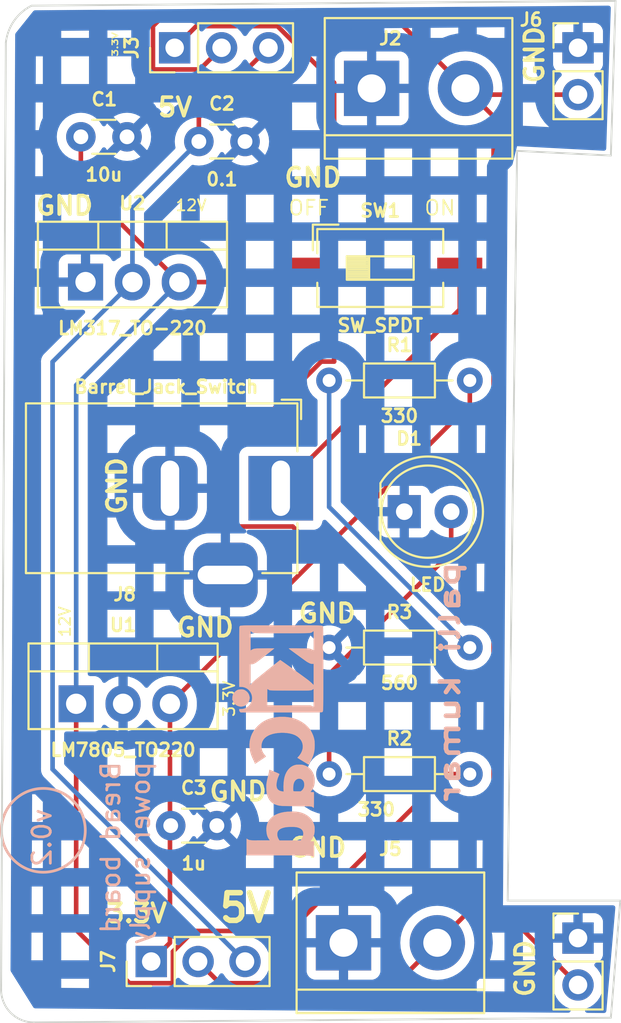
<source format=kicad_pcb>
(kicad_pcb (version 20221018) (generator pcbnew)
  (layers (0 "F.Cu" signal) (31 "B.Cu" signal) (34 "B.Paste" user) (35 "F.Paste" user) (36 "B.SilkS" user "B.Silkscreen") (37 "F.SilkS" user "F.Silkscreen") (38 "B.Mask" user) (39 "F.Mask" user) (44 "Edge.Cuts" user))
  (net 0 "")
  (net 1 "/12V")
  (net 2 "GND")
  (net 3 "/5V")
  (net 4 "/3.3v")
  (net 5 "Net-(D1-A)")
  (net 6 "/PWR_output")
  (net 7 "/PWR_input")
  (net 8 "Net-(R1-Pad1)")
  (footprint "Resistor_THT:R_Axial_DIN0204_L3.6mm_D1.6mm_P7.62mm_Horizontal" (layer "F.Cu") (at 111.488 99.06)
    (fp_text reference "R1" (at 3.81 -1.92) (layer "F.SilkS") (effects (font (size 0.7 0.7))))
    (fp_text value "330" (at 3.81 1.92) (layer "F.SilkS") (effects (font (size 0.7 0.7))))
    (fp_line (start 0.94 0) (end 1.89 0) (stroke (width 0.12)) (layer "F.SilkS"))
    (fp_line (start 1.89 -0.92) (end 1.89 0.92) (stroke (width 0.12)) (layer "F.SilkS"))
    (fp_line (start 1.89 0.92) (end 5.73 0.92) (stroke (width 0.12)) (layer "F.SilkS"))
    (fp_line (start 5.73 -0.92) (end 1.89 -0.92) (stroke (width 0.12)) (layer "F.SilkS"))
    (fp_line (start 5.73 0.92) (end 5.73 -0.92) (stroke (width 0.12)) (layer "F.SilkS"))
    (fp_line (start 6.68 0) (end 5.73 0) (stroke (width 0.12)) (layer "F.SilkS"))
    (pad "1" thru_hole circle (at 0 0) (size 1.4 1.4) (drill 0.7) (layers "*.Cu" "*.Mask") (net 8 "Net-(R1-Pad1)"))
    (pad "2" thru_hole oval (at 7.62 0) (size 1.4 1.4) (drill 0.7) (layers "*.Cu" "*.Mask") (net 4 "/3.3v"))
  )
  (footprint "Connector_PinHeader_2.54mm:PinHeader_1x03_P2.54mm_Vertical" (layer "F.Cu") (at 103.124 81.026 90)
    (fp_text reference "J3" (at 0 -2.33 90) (layer "F.SilkS") (effects (font (size 0.7 0.7))))
    (fp_text value "Conn_01x03_Pin" hide)
    (fp_line (start -1.33 -1.33) (end 0 -1.33) (stroke (width 0.12)) (layer "F.SilkS"))
    (fp_line (start -1.33 0) (end -1.33 -1.33) (stroke (width 0.12)) (layer "F.SilkS"))
    (fp_line (start -1.33 1.27) (end -1.33 6.41) (stroke (width 0.12)) (layer "F.SilkS"))
    (fp_line (start -1.33 1.27) (end 1.33 1.27) (stroke (width 0.12)) (layer "F.SilkS"))
    (fp_line (start -1.33 6.41) (end 1.33 6.41) (stroke (width 0.12)) (layer "F.SilkS"))
    (fp_line (start 1.33 1.27) (end 1.33 6.41) (stroke (width 0.12)) (layer "F.SilkS"))
    (pad "1" thru_hole rect (at 0 0 90) (size 1.7 1.7) (drill 1) (layers "*.Cu" "*.Mask") (net 4 "/3.3v"))
    (pad "2" thru_hole oval (at 0 2.54 90) (size 1.7 1.7) (drill 1) (layers "*.Cu" "*.Mask") (net 6 "/PWR_output"))
    (pad "3" thru_hole oval (at 0 5.08 90) (size 1.7 1.7) (drill 1) (layers "*.Cu" "*.Mask") (net 3 "/5V"))
  )
  (footprint "Capacitor_THT:C_Disc_D3.0mm_W1.6mm_P2.50mm" (layer "F.Cu") (at 104.434 86.106)
    (fp_text reference "C2" (at 1.25 -2.05) (layer "F.SilkS") (effects (font (size 0.7 0.7))))
    (fp_text value "0.1" (at 1.25 2.05) (layer "F.SilkS") (effects (font (size 0.7 0.7))))
    (fp_line (start 0.621 -0.92) (end 1.879 -0.92) (stroke (width 0.12)) (layer "F.SilkS"))
    (fp_line (start 0.621 0.92) (end 1.879 0.92) (stroke (width 0.12)) (layer "F.SilkS"))
    (pad "1" thru_hole circle (at 0 0) (size 1.6 1.6) (drill 0.8) (layers "*.Cu" "*.Mask") (net 3 "/5V"))
    (pad "2" thru_hole circle (at 2.5 0) (size 1.6 1.6) (drill 0.8) (layers "*.Cu" "*.Mask") (net 2 "GND"))
  )
  (footprint "Capacitor_THT:C_Disc_D3.0mm_W1.6mm_P2.50mm" (layer "F.Cu") (at 98.044 85.852)
    (fp_text reference "C1" (at 1.27 -2.032) (layer "F.SilkS") (effects (font (size 0.7 0.7))))
    (fp_text value "10u" (at 1.25 2.05) (layer "F.SilkS") (effects (font (size 0.7 0.7))))
    (fp_line (start 0.621 -0.92) (end 1.879 -0.92) (stroke (width 0.12)) (layer "F.SilkS"))
    (fp_line (start 0.621 0.92) (end 1.879 0.92) (stroke (width 0.12)) (layer "F.SilkS"))
    (pad "1" thru_hole circle (at 0 0) (size 1.6 1.6) (drill 0.8) (layers "*.Cu" "*.Mask") (net 1 "/12V"))
    (pad "2" thru_hole circle (at 2.5 0) (size 1.6 1.6) (drill 0.8) (layers "*.Cu" "*.Mask") (net 2 "GND"))
  )
  (footprint "LED_THT:LED_D5.0mm" (layer "F.Cu") (at 115.558 106.172)
    (fp_text reference "D1" (at 0.266 -3.96) (layer "F.SilkS") (effects (font (size 0.7 0.7))))
    (fp_text value "LED" (at 1.27 3.96) (layer "F.SilkS") (effects (font (size 0.7 0.7))))
    (fp_line (start -1.29 -1.545) (end -1.29 1.545) (stroke (width 0.12)) (layer "F.SilkS"))
    (fp_arc (start -1.29 -1.54483) (mid 2.072002 -2.880433) (end 4.26 0.000462) (stroke (width 0.12)) (layer "F.SilkS"))
    (fp_arc (start 4.26 -0.000462) (mid 2.072002 2.880433) (end -1.29 1.54483) (stroke (width 0.12)) (layer "F.SilkS"))
    (fp_circle (center 1.27 0) (end 3.77 0) (stroke (width 0.12)) (fill none) (layer "F.SilkS"))
    (pad "1" thru_hole rect (at 0 0) (size 1.8 1.8) (drill 0.9) (layers "*.Cu" "*.Mask") (net 2 "GND"))
    (pad "2" thru_hole circle (at 2.54 0) (size 1.8 1.8) (drill 0.9) (layers "*.Cu" "*.Mask") (net 5 "Net-(D1-A)"))
  )
  (footprint "Button_Switch_SMD:SW_DIP_SPSTx01_Slide_6.7x4.1mm_W8.61mm_P2.54mm_LowProfile" (layer "F.Cu") (at 114.258 92.964)
    (fp_text reference "SW1" (at 0 -3.11) (layer "F.SilkS") (effects (font (size 0.7 0.7))))
    (fp_text value "SW_SPDT" (at 0 3.11) (layer "F.SilkS") (effects (font (size 0.7 0.7))))
    (fp_line (start -3.65 -2.35) (end -3.65 -0.967) (stroke (width 0.12)) (layer "F.SilkS"))
    (fp_line (start -3.65 -2.35) (end -2.267 -2.35) (stroke (width 0.12)) (layer "F.SilkS"))
    (fp_line (start -3.41 -2.11) (end -3.41 -0.8) (stroke (width 0.12)) (layer "F.SilkS"))
    (fp_line (start -3.41 -2.11) (end 3.41 -2.11) (stroke (width 0.12)) (layer "F.SilkS"))
    (fp_line (start -3.41 0.8) (end -3.41 2.11) (stroke (width 0.12)) (layer "F.SilkS"))
    (fp_line (start -3.41 2.11) (end 3.41 2.11) (stroke (width 0.12)) (layer "F.SilkS"))
    (fp_line (start -1.81 -0.635) (end -1.81 0.635) (stroke (width 0.12)) (layer "F.SilkS"))
    (fp_line (start -1.81 -0.515) (end -0.603333 -0.515) (stroke (width 0.12)) (layer "F.SilkS"))
    (fp_line (start -1.81 -0.395) (end -0.603333 -0.395) (stroke (width 0.12)) (layer "F.SilkS"))
    (fp_line (start -1.81 -0.275) (end -0.603333 -0.275) (stroke (width 0.12)) (layer "F.SilkS"))
    (fp_line (start -1.81 -0.155) (end -0.603333 -0.155) (stroke (width 0.12)) (layer "F.SilkS"))
    (fp_line (start -1.81 -0.035) (end -0.603333 -0.035) (stroke (width 0.12)) (layer "F.SilkS"))
    (fp_line (start -1.81 0.085) (end -0.603333 0.085) (stroke (width 0.12)) (layer "F.SilkS"))
    (fp_line (start -1.81 0.205) (end -0.603333 0.205) (stroke (width 0.12)) (layer "F.SilkS"))
    (fp_line (start -1.81 0.325) (end -0.603333 0.325) (stroke (width 0.12)) (layer "F.SilkS"))
    (fp_line (start -1.81 0.445) (end -0.603333 0.445) (stroke (width 0.12)) (layer "F.SilkS"))
    (fp_line (start -1.81 0.565) (end -0.603333 0.565) (stroke (width 0.12)) (layer "F.SilkS"))
    (fp_line (start -1.81 0.635) (end 1.81 0.635) (stroke (width 0.12)) (layer "F.SilkS"))
    (fp_line (start -0.603333 -0.635) (end -0.603333 0.635) (stroke (width 0.12)) (layer "F.SilkS"))
    (fp_line (start 1.81 -0.635) (end -1.81 -0.635) (stroke (width 0.12)) (layer "F.SilkS"))
    (fp_line (start 1.81 0.635) (end 1.81 -0.635) (stroke (width 0.12)) (layer "F.SilkS"))
    (fp_line (start 3.41 -2.11) (end 3.41 -0.8) (stroke (width 0.12)) (layer "F.SilkS"))
    (fp_line (start 3.41 0.8) (end 3.41 2.11) (stroke (width 0.12)) (layer "F.SilkS"))
    (pad "1" smd rect (at -4.305 0) (size 2.44 1.12) (layers "F.Cu" "F.Paste" "F.Mask") (net 1 "/12V"))
    (pad "2" smd rect (at 4.305 0) (size 2.44 1.12) (layers "F.Cu" "F.Paste" "F.Mask") (net 7 "/PWR_input"))
  )
  (footprint "Connector_PinHeader_2.54mm:PinHeader_1x03_P2.54mm_Vertical" (layer "F.Cu") (at 101.854 130.556 90)
    (fp_text reference "J7" (at 0 -2.33 90) (layer "F.SilkS") (effects (font (size 0.7 0.7))))
    (fp_text value "Conn_01x03_Pin" hide)
    (fp_line (start -1.33 -1.33) (end 0 -1.33) (stroke (width 0.12)) (layer "F.SilkS"))
    (fp_line (start -1.33 0) (end -1.33 -1.33) (stroke (width 0.12)) (layer "F.SilkS"))
    (fp_line (start -1.33 1.27) (end -1.33 6.41) (stroke (width 0.12)) (layer "F.SilkS"))
    (fp_line (start -1.33 1.27) (end 1.33 1.27) (stroke (width 0.12)) (layer "F.SilkS"))
    (fp_line (start -1.33 6.41) (end 1.33 6.41) (stroke (width 0.12)) (layer "F.SilkS"))
    (fp_line (start 1.33 1.27) (end 1.33 6.41) (stroke (width 0.12)) (layer "F.SilkS"))
    (pad "1" thru_hole rect (at 0 0 90) (size 1.7 1.7) (drill 1) (layers "*.Cu" "*.Mask") (net 4 "/3.3v"))
    (pad "2" thru_hole oval (at 0 2.54 90) (size 1.7 1.7) (drill 1) (layers "*.Cu" "*.Mask") (net 6 "/PWR_output"))
    (pad "3" thru_hole oval (at 0 5.08 90) (size 1.7 1.7) (drill 1) (layers "*.Cu" "*.Mask") (net 3 "/5V"))
  )
  (footprint "Resistor_THT:R_Axial_DIN0204_L3.6mm_D1.6mm_P7.62mm_Horizontal" (layer "F.Cu") (at 111.488 120.396)
    (fp_text reference "R2" (at 3.81 -1.92) (layer "F.SilkS") (effects (font (size 0.7 0.7))))
    (fp_text value "330" (at 2.558 1.92) (layer "F.SilkS") (effects (font (size 0.7 0.7))))
    (fp_line (start 0.94 0) (end 1.89 0) (stroke (width 0.12)) (layer "F.SilkS"))
    (fp_line (start 1.89 -0.92) (end 1.89 0.92) (stroke (width 0.12)) (layer "F.SilkS"))
    (fp_line (start 1.89 0.92) (end 5.73 0.92) (stroke (width 0.12)) (layer "F.SilkS"))
    (fp_line (start 5.73 -0.92) (end 1.89 -0.92) (stroke (width 0.12)) (layer "F.SilkS"))
    (fp_line (start 5.73 0.92) (end 5.73 -0.92) (stroke (width 0.12)) (layer "F.SilkS"))
    (fp_line (start 6.68 0) (end 5.73 0) (stroke (width 0.12)) (layer "F.SilkS"))
    (pad "1" thru_hole circle (at 0 0) (size 1.4 1.4) (drill 0.7) (layers "*.Cu" "*.Mask") (net 5 "Net-(D1-A)"))
    (pad "2" thru_hole oval (at 7.62 0) (size 1.4 1.4) (drill 0.7) (layers "*.Cu" "*.Mask") (net 1 "/12V"))
  )
  (footprint "Package_TO_SOT_THT:TO-220-3_Vertical" (layer "F.Cu") (at 98.298 93.726)
    (fp_text reference "U2" (at 2.54 -4.27) (layer "F.SilkS") (effects (font (size 0.7 0.7))))
    (fp_text value "LM317_TO-220" (at 2.54 2.5) (layer "F.SilkS") (effects (font (size 0.7 0.7))))
    (fp_line (start -2.58 -3.27) (end -2.58 1.371) (stroke (width 0.12)) (layer "F.SilkS"))
    (fp_line (start -2.58 -3.27) (end 7.66 -3.27) (stroke (width 0.12)) (layer "F.SilkS"))
    (fp_line (start -2.58 -1.76) (end 7.66 -1.76) (stroke (width 0.12)) (layer "F.SilkS"))
    (fp_line (start -2.58 1.371) (end 7.66 1.371) (stroke (width 0.12)) (layer "F.SilkS"))
    (fp_line (start 0.69 -3.27) (end 0.69 -1.76) (stroke (width 0.12)) (layer "F.SilkS"))
    (fp_line (start 4.391 -3.27) (end 4.391 -1.76) (stroke (width 0.12)) (layer "F.SilkS"))
    (fp_line (start 7.66 -3.27) (end 7.66 1.371) (stroke (width 0.12)) (layer "F.SilkS"))
    (pad "1" thru_hole rect (at 0 0) (size 1.905 2) (drill 1.1) (layers "*.Cu" "*.Mask") (net 2 "GND"))
    (pad "2" thru_hole oval (at 2.54 0) (size 1.905 2) (drill 1.1) (layers "*.Cu" "*.Mask") (net 3 "/5V"))
    (pad "3" thru_hole oval (at 5.08 0) (size 1.905 2) (drill 1.1) (layers "*.Cu" "*.Mask") (net 1 "/12V"))
  )
  (footprint "Connector_BarrelJack:BarrelJack_Horizontal" (layer "F.Cu") (at 108.87 104.902)
    (fp_text reference "J8" (at -8.45 5.75) (layer "F.SilkS") (effects (font (size 0.7 0.7))))
    (fp_text value "Barrel_Jack_Switch" (at -6.2 -5.5) (layer "F.SilkS") (effects (font (size 0.7 0.7))))
    (fp_line (start -13.8 -4.6) (end 0.9 -4.6) (stroke (width 0.12)) (layer "F.SilkS"))
    (fp_line (start -13.8 4.6) (end -13.8 -4.6) (stroke (width 0.12)) (layer "F.SilkS"))
    (fp_line (start -5 4.6) (end -13.8 4.6) (stroke (width 0.12)) (layer "F.SilkS"))
    (fp_line (start 0.05 -4.8) (end 1.1 -4.8) (stroke (width 0.12)) (layer "F.SilkS"))
    (fp_line (start 0.9 -4.6) (end 0.9 -2) (stroke (width 0.12)) (layer "F.SilkS"))
    (fp_line (start 0.9 1.9) (end 0.9 4.6) (stroke (width 0.12)) (layer "F.SilkS"))
    (fp_line (start 0.9 4.6) (end -1 4.6) (stroke (width 0.12)) (layer "F.SilkS"))
    (fp_line (start 1.1 -3.75) (end 1.1 -4.8) (stroke (width 0.12)) (layer "F.SilkS"))
    (pad "1" thru_hole rect (at 0 0) (size 3.5 3.5) (drill oval 1 3) (layers "*.Cu" "*.Mask") (net 7 "/PWR_input"))
    (pad "2" thru_hole roundrect (at -6 0) (size 3 3.5) (drill oval 1 3) (layers "*.Cu" "*.Mask") (net 2 "GND"))
    (pad "3" thru_hole roundrect (at -3 4.7) (size 3.5 3.5) (drill oval 3 1) (layers "*.Cu" "*.Mask") (net 2 "GND"))
  )
  (footprint "Package_TO_SOT_THT:TO-220-3_Vertical" (layer "F.Cu") (at 97.79 116.586)
    (fp_text reference "U1" (at 2.54 -4.27) (layer "F.SilkS") (effects (font (size 0.7 0.7))))
    (fp_text value "LM7805_TO220" (at 2.54 2.5) (layer "F.SilkS") (effects (font (size 0.7 0.7))))
    (fp_line (start -2.58 -3.27) (end -2.58 1.371) (stroke (width 0.12)) (layer "F.SilkS"))
    (fp_line (start -2.58 -3.27) (end 7.66 -3.27) (stroke (width 0.12)) (layer "F.SilkS"))
    (fp_line (start -2.58 -1.76) (end 7.66 -1.76) (stroke (width 0.12)) (layer "F.SilkS"))
    (fp_line (start -2.58 1.371) (end 7.66 1.371) (stroke (width 0.12)) (layer "F.SilkS"))
    (fp_line (start 0.69 -3.27) (end 0.69 -1.76) (stroke (width 0.12)) (layer "F.SilkS"))
    (fp_line (start 4.391 -3.27) (end 4.391 -1.76) (stroke (width 0.12)) (layer "F.SilkS"))
    (fp_line (start 7.66 -3.27) (end 7.66 1.371) (stroke (width 0.12)) (layer "F.SilkS"))
    (pad "1" thru_hole rect (at 0 0) (size 1.905 2) (drill 1.1) (layers "*.Cu" "*.Mask") (net 1 "/12V"))
    (pad "2" thru_hole oval (at 2.54 0) (size 1.905 2) (drill 1.1) (layers "*.Cu" "*.Mask") (net 2 "GND"))
    (pad "3" thru_hole oval (at 5.08 0) (size 1.905 2) (drill 1.1) (layers "*.Cu" "*.Mask") (net 4 "/3.3v"))
  )
  (footprint "TerminalBlock:TerminalBlock_bornier-2_P5.08mm" (layer "F.Cu") (at 113.792 83.226)
    (fp_text reference "J2" (at 1.016 -2.708) (layer "F.SilkS") (effects (font (size 0.7 0.7))))
    (fp_text value "Screw_Terminal_01x02" hide)
    (fp_line (start -2.54 -3.81) (end -2.54 3.81) (stroke (width 0.12)) (layer "F.SilkS"))
    (fp_line (start -2.54 3.81) (end 7.62 3.81) (stroke (width 0.12)) (layer "F.SilkS"))
    (fp_line (start 7.62 -3.81) (end -2.54 -3.81) (stroke (width 0.12)) (layer "F.SilkS"))
    (fp_line (start 7.62 2.54) (end -2.54 2.54) (stroke (width 0.12)) (layer "F.SilkS"))
    (fp_line (start 7.62 3.81) (end 7.62 -3.81) (stroke (width 0.12)) (layer "F.SilkS"))
    (pad "1" thru_hole rect (at 0 0) (size 3 3) (drill 1.52) (layers "*.Cu" "*.Mask") (net 2 "GND"))
    (pad "2" thru_hole circle (at 5.08 0) (size 3 3) (drill 1.52) (layers "*.Cu" "*.Mask") (net 6 "/PWR_output"))
  )
  (footprint "Connector_PinHeader_2.54mm:PinHeader_1x02_P2.54mm_Vertical" (layer "F.Cu") (at 124.968 81.026)
    (fp_text reference "J6" (at -2.54 -1.524) (layer "F.SilkS") (effects (font (size 0.7 0.7))))
    (fp_text value "Conn_01x02_Pin" hide)
    (fp_line (start -1.33 -1.33) (end 0 -1.33) (stroke (width 0.12)) (layer "F.SilkS"))
    (fp_line (start -1.33 0) (end -1.33 -1.33) (stroke (width 0.12)) (layer "F.SilkS"))
    (fp_line (start -1.33 1.27) (end -1.33 3.87) (stroke (width 0.12)) (layer "F.SilkS"))
    (fp_line (start -1.33 1.27) (end 1.33 1.27) (stroke (width 0.12)) (layer "F.SilkS"))
    (fp_line (start -1.33 3.87) (end 1.33 3.87) (stroke (width 0.12)) (layer "F.SilkS"))
    (fp_line (start 1.33 1.27) (end 1.33 3.87) (stroke (width 0.12)) (layer "F.SilkS"))
    (pad "1" thru_hole rect (at 0 0) (size 1.7 1.7) (drill 1) (layers "*.Cu" "*.Mask") (net 2 "GND"))
    (pad "2" thru_hole oval (at 0 2.54) (size 1.7 1.7) (drill 1) (layers "*.Cu" "*.Mask") (net 6 "/PWR_output"))
  )
  (footprint "TerminalBlock:TerminalBlock_bornier-2_P5.08mm" (layer "F.Cu") (at 112.268 129.54)
    (fp_text reference "J5" (at 2.54 -5.08) (layer "F.SilkS") (effects (font (size 0.7 0.7))))
    (fp_text value "Screw_Terminal_01x02" hide)
    (fp_line (start -2.54 -3.81) (end -2.54 3.81) (stroke (width 0.12)) (layer "F.SilkS"))
    (fp_line (start -2.54 3.81) (end 7.62 3.81) (stroke (width 0.12)) (layer "F.SilkS"))
    (fp_line (start 7.62 -3.81) (end -2.54 -3.81) (stroke (width 0.12)) (layer "F.SilkS"))
    (fp_line (start 7.62 2.54) (end -2.54 2.54) (stroke (width 0.12)) (layer "F.SilkS"))
    (fp_line (start 7.62 3.81) (end 7.62 -3.81) (stroke (width 0.12)) (layer "F.SilkS"))
    (pad "1" thru_hole rect (at 0 0) (size 3 3) (drill 1.52) (layers "*.Cu" "*.Mask") (net 2 "GND"))
    (pad "2" thru_hole circle (at 5.08 0) (size 3 3) (drill 1.52) (layers "*.Cu" "*.Mask") (net 6 "/PWR_output"))
  )
  (footprint "Resistor_THT:R_Axial_DIN0204_L3.6mm_D1.6mm_P7.62mm_Horizontal" (layer "F.Cu") (at 111.488 113.538)
    (fp_text reference "R3" (at 3.81 -1.92) (layer "F.SilkS") (effects (font (size 0.7 0.7))))
    (fp_text value "560" (at 3.81 1.92) (layer "F.SilkS") (effects (font (size 0.7 0.7))))
    (fp_line (start 0.94 0) (end 1.89 0) (stroke (width 0.12)) (layer "F.SilkS"))
    (fp_line (start 1.89 -0.92) (end 1.89 0.92) (stroke (width 0.12)) (layer "F.SilkS"))
    (fp_line (start 1.89 0.92) (end 5.73 0.92) (stroke (width 0.12)) (layer "F.SilkS"))
    (fp_line (start 5.73 -0.92) (end 1.89 -0.92) (stroke (width 0.12)) (layer "F.SilkS"))
    (fp_line (start 5.73 0.92) (end 5.73 -0.92) (stroke (width 0.12)) (layer "F.SilkS"))
    (fp_line (start 6.68 0) (end 5.73 0) (stroke (width 0.12)) (layer "F.SilkS"))
    (pad "1" thru_hole circle (at 0 0) (size 1.4 1.4) (drill 0.7) (layers "*.Cu" "*.Mask") (net 2 "GND"))
    (pad "2" thru_hole oval (at 7.62 0) (size 1.4 1.4) (drill 0.7) (layers "*.Cu" "*.Mask") (net 8 "Net-(R1-Pad1)"))
  )
  (footprint "Connector_PinHeader_2.54mm:PinHeader_1x02_P2.54mm_Vertical" (layer "F.Cu") (at 124.968 129.286)
    (fp_text reference "J4" hide)
    (fp_text value "Conn_01x02_Pin" hide)
    (fp_line (start -1.33 -1.33) (end 0 -1.33) (stroke (width 0.12)) (layer "F.SilkS"))
    (fp_line (start -1.33 0) (end -1.33 -1.33) (stroke (width 0.12)) (layer "F.SilkS"))
    (fp_line (start -1.33 1.27) (end -1.33 3.87) (stroke (width 0.12)) (layer "F.SilkS"))
    (fp_line (start -1.33 1.27) (end 1.33 1.27) (stroke (width 0.12)) (layer "F.SilkS"))
    (fp_line (start -1.33 3.87) (end 1.33 3.87) (stroke (width 0.12)) (layer "F.SilkS"))
    (fp_line (start 1.33 1.27) (end 1.33 3.87) (stroke (width 0.12)) (layer "F.SilkS"))
    (pad "1" thru_hole rect (at 0 0) (size 1.7 1.7) (drill 1) (layers "*.Cu" "*.Mask") (net 2 "GND"))
    (pad "2" thru_hole oval (at 0 2.54) (size 1.7 1.7) (drill 1) (layers "*.Cu" "*.Mask") (net 6 "/PWR_output"))
  )
  (footprint "Capacitor_THT:C_Disc_D3.0mm_W1.6mm_P2.50mm" (layer "F.Cu") (at 102.91 123.19)
    (fp_text reference "C3" (at 1.25 -2.05) (layer "F.SilkS") (effects (font (size 0.7 0.7))))
    (fp_text value "1u" (at 1.25 2.05) (layer "F.SilkS") (effects (font (size 0.7 0.7))))
    (fp_line (start 0.621 -0.92) (end 1.879 -0.92) (stroke (width 0.12)) (layer "F.SilkS"))
    (fp_line (start 0.621 0.92) (end 1.879 0.92) (stroke (width 0.12)) (layer "F.SilkS"))
    (pad "1" thru_hole circle (at 0 0) (size 1.6 1.6) (drill 0.8) (layers "*.Cu" "*.Mask") (net 4 "/3.3v"))
    (pad "2" thru_hole circle (at 2.5 0) (size 1.6 1.6) (drill 0.8) (layers "*.Cu" "*.Mask") (net 2 "GND"))
  )
  (footprint "Symbol:KiCad-Logo_5mm_SilkScreen" (layer "B.Cu") (at 109.229938 118.612302 -90)
    (fp_text reference "REF**" hide)
    (fp_text value "KiCad-Logo_5mm_SilkScreen" hide)
    (fp_poly (pts (xy -2.273043 2.973429) (xy -2.176768 2.949191) (xy -2.090184 2.906359) (xy -2.015373 2.846581) (xy -1.954418 2.771506) (xy -1.909399 2.68278) (xy -1.883136 2.58647) (xy -1.877286 2.489205) (xy -1.89214 2.395346) (xy -1.92584 2.307489) (xy -1.976528 2.22823) (xy -2.042345 2.160164) (xy -2.121434 2.105888) (xy -2.211934 2.067998) (xy -2.2632 2.055574) (xy -2.307698 2.048053) (xy -2.341999 2.045081) (xy -2.37496 2.046906) (xy -2.415434 2.053775) (xy -2.448531 2.06075) (xy -2.541947 2.092259) (xy -2.625619 2.143383) (xy -2.697665 2.212571) (xy -2.7562 2.298272) (xy -2.770148 2.325511) (xy -2.786586 2.361878) (xy -2.796894 2.392418) (xy -2.80246 2.42455) (xy -2.804669 2.465693) (xy -2.804948 2.511778) (xy -2.800861 2.596135) (xy -2.787446 2.665414) (xy -2.762256 2.726039) (xy -2.722846 2.784433) (xy -2.684298 2.828698) (xy -2.612406 2.894516) (xy -2.537313 2.939947) (xy -2.454562 2.96715) (xy -2.376928 2.977424) (xy -2.273043 2.973429)) (stroke (width 0.01)) (fill solid) (layer "B.SilkS"))
    (fp_poly (pts (xy 0.328429 2.050929) (xy 0.48857 2.029755) (xy 0.65251 1.989615) (xy 0.822313 1.930111) (xy 1.000043 1.850846) (xy 1.01131 1.845301) (xy 1.069005 1.817275) (xy 1.120552 1.793198) (xy 1.162191 1.774751) (xy 1.190162 1.763614) (xy 1.199733 1.761067) (xy 1.21895 1.756059) (xy 1.223561 1.751853) (xy 1.218458 1.74142) (xy 1.202418 1.715132) (xy 1.177288 1.675743) (xy 1.144914 1.626009) (xy 1.107143 1.568685) (xy 1.065822 1.506524) (xy 1.022798 1.442282) (xy 0.979917 1.378715) (xy 0.939026 1.318575) (xy 0.901971 1.26462) (xy 0.8706 1.219603) (xy 0.846759 1.186279) (xy 0.832294 1.167403) (xy 0.830309 1.165213) (xy 0.820191 1.169862) (xy 0.79785 1.187038) (xy 0.76728 1.21356) (xy 0.751536 1.228036) (xy 0.655047 1.303318) (xy 0.548336 1.358759) (xy 0.432832 1.393859) (xy 0.309962 1.40812) (xy 0.240561 1.406949) (xy 0.119423 1.389788) (xy 0.010205 1.353906) (xy -0.087418 1.299041) (xy -0.173772 1.22493) (xy -0.249185 1.131312) (xy -0.313982 1.017924) (xy -0.351399 0.931333) (xy -0.395252 0.795634) (xy -0.427572 0.64815) (xy -0.448443 0.492686) (xy -0.457949 0.333044) (xy -0.456173 0.173027) (xy -0.443197 0.016439) (xy -0.419106 -0.132918) (xy -0.383982 -0.27124) (xy -0.337908 -0.394724) (xy -0.321627 -0.428978) (xy -0.25338 -0.543064) (xy -0.172921 -0.639557) (xy -0.08143 -0.71767) (xy 0.019911 -0.776617) (xy 0.12992 -0.815612) (xy 0.247415 -0.833868) (xy 0.288883 -0.835211) (xy 0.410441 -0.82429) (xy 0.530878 -0.791474) (xy 0.648666 -0.737439) (xy 0.762277 -0.662865) (xy 0.853685 -0.584539) (xy 0.900215 -0.540008) (xy 1.081483 -0.837271) (xy 1.12658 -0.911433) (xy 1.167819 -0.979646) (xy 1.203735 -1.039459) (xy 1.232866 -1.08842) (xy 1.25375 -1.124079) (xy 1.264924 -1.143984) (xy 1.266375 -1.147079) (xy 1.258146 -1.156718) (xy 1.232567 -1.173999) (xy 1.192873 -1.197283) (xy 1.142297 -1.224934) (xy 1.084074 -1.255315) (xy 1.021437 -1.28679) (xy 0.957621 -1.317722) (xy 0.89586 -1.346473) (xy 0.839388 -1.371408) (xy 0.791438 -1.390889) (xy 0.767986 -1.399318) (xy 0.634221 -1.437133) (xy 0.496327 -1.462136) (xy 0.348622 -1.47514) (xy 0.221833 -1.477468) (xy 0.153878 -1.476373) (xy 0.088277 -1.474275) (xy 0.030847 -1.471434) (xy -0.012597 -1.468106) (xy -0.026702 -1.466422) (xy -0.165716 -1.437587) (xy -0.307243 -1.392468) (xy -0.444725 -1.33375) (xy -0.571606 -1.26412) (xy -0.649111 -1.211441) (xy -0.776519 -1.103239) (xy -0.894822 -0.976671) (xy -1.001828 -0.834866) (xy -1.095348 -0.680951) (xy -1.17319 -0.518053) (xy -1.217044 -0.400756) (xy -1.267292 -0.217128) (xy -1.300791 -0.022581) (xy -1.317551 0.178675) (xy -1.317584 0.382432) (xy -1.300899 0.584479) (xy -1.267507 0.780608) (xy -1.21742 0.966609) (xy -1.213603 0.978197) (xy -1.150719 1.14025) (xy -1.073972 1.288168) (xy -0.980758 1.426135) (xy -0.868473 1.558339) (xy -0.824608 1.603601) (xy -0.688466 1.727543) (xy -0.548509 1.830085) (xy -0.402589 1.912344) (xy -0.248558 1.975436) (xy -0.084268 2.020477) (xy 0.011289 2.037967) (xy 0.170023 2.053534) (xy 0.328429 2.050929)) (stroke (width 0.01)) (fill solid) (layer "B.SilkS"))
    (fp_poly (pts (xy 6.186507 0.527755) (xy 6.186526 0.293338) (xy 6.186552 0.080397) (xy 6.186625 -0.112168) (xy 6.186782 -0.285459) (xy 6.187064 -0.440576) (xy 6.187509 -0.57862) (xy 6.188156 -0.700692) (xy 6.189045 -0.807894) (xy 6.190213 -0.901326) (xy 6.191701 -0.98209) (xy 6.193546 -1.051286) (xy 6.195789 -1.110015) (xy 6.198469 -1.159379) (xy 6.201623 -1.200478) (xy 6.205292 -1.234413) (xy 6.209513 -1.262286) (xy 6.214327 -1.285198) (xy 6.219773 -1.304249) (xy 6.225888 -1.32054) (xy 6.232712 -1.335173) (xy 6.240285 -1.349249) (xy 6.248645 -1.363868) (xy 6.253839 -1.372974) (xy 6.288104 -1.433689) (xy 5.429955 -1.433689) (xy 5.429955 -1.337733) (xy 5.429224 -1.29437) (xy 5.427272 -1.261205) (xy 5.424463 -1.243424) (xy 5.423221 -1.241778) (xy 5.411799 -1.248662) (xy 5.389084 -1.266505) (xy 5.366385 -1.285879) (xy 5.3118 -1.326614) (xy 5.242321 -1.367617) (xy 5.16527 -1.405123) (xy 5.087965 -1.435364) (xy 5.057113 -1.445012) (xy 4.988616 -1.459578) (xy 4.905764 -1.469539) (xy 4.816371 -1.474583) (xy 4.728248 -1.474396) (xy 4.649207 -1.468666) (xy 4.611511 -1.462858) (xy 4.473414 -1.424797) (xy 4.346113 -1.367073) (xy 4.230292 -1.290211) (xy 4.126637 -1.194739) (xy 4.035833 -1.081179) (xy 3.969031 -0.970381) (xy 3.914164 -0.853625) (xy 3.872163 -0.734276) (xy 3.842167 -0.608283) (xy 3.823311 -0.471594) (xy 3.814732 -0.320158) (xy 3.814006 -0.242711) (xy 3.8161 -0.185934) (xy 4.645217 -0.185934) (xy 4.645424 -0.279002) (xy 4.648337 -0.366692) (xy 4.654 -0.443772) (xy 4.662455 -0.505009) (xy 4.665038 -0.51735) (xy 4.69684 -0.624633) (xy 4.738498 -0.711658) (xy 4.790363 -0.778642) (xy 4.852781 -0.825805) (xy 4.9261 -0.853365) (xy 5.010669 -0.861541) (xy 5.106835 -0.850551) (xy 5.170311 -0.834829) (xy 5.219454 -0.816639) (xy 5.273583 -0.790791) (xy 5.314244 -0.767089) (xy 5.3848 -0.720721) (xy 5.3848 0.42947) (xy 5.317392 0.473038) (xy 5.238867 0.51396) (xy 5.154681 0.540611) (xy 5.069557 0.552535) (xy 4.988216 0.549278) (xy 4.91538 0.530385) (xy 4.883426 0.514816) (xy 4.825501 0.471819) (xy 4.776544 0.415047) (xy 4.73539 0.342425) (xy 4.700874 0.251879) (xy 4.671833 0.141334) (xy 4.670552 0.135467) (xy 4.660381 0.073212) (xy 4.652739 -0.004594) (xy 4.64767 -0.09272) (xy 4.645217 -0.185934) (xy 3.8161 -0.185934) (xy 3.821857 -0.029895) (xy 3.843802 0.165941) (xy 3.879786 0.344668) (xy 3.929759 0.506155) (xy 3.993668 0.650274) (xy 4.071462 0.776894) (xy 4.163089 0.885885) (xy 4.268497 0.977117) (xy 4.313662 1.008068) (xy 4.414611 1.064215) (xy 4.517901 1.103826) (xy 4.627989 1.127986) (xy 4.74933 1.137781) (xy 4.841836 1.136735) (xy 4.97149 1.125769) (xy 5.084084 1.103954) (xy 5.182875 1.070286) (xy 5.271121 1.023764) (xy 5.319986 0.989552) (xy 5.349353 0.967638) (xy 5.371043 0.952667) (xy 5.379253 0.948267) (xy 5.380868 0.959096) (xy 5.382159 0.989749) (xy 5.383138 1.037474) (xy 5.383817 1.099521) (xy 5.38421 1.173138) (xy 5.38433 1.255573) (xy 5.384188 1.344075) (xy 5.383797 1.435893) (xy 5.383171 1.528276) (xy 5.38232 1.618472) (xy 5.38126 1.703729) (xy 5.380001 1.781297) (xy 5.378556 1.848424) (xy 5.376938 1.902359) (xy 5.375161 1.94035) (xy 5.374669 1.947333) (xy 5.367092 2.017749) (xy 5.355531 2.072898) (xy 5.337792 2.120019) (xy 5.311682 2.166353) (xy 5.305415 2.175933) (xy 5.280983 2.212622) (xy 6.186311 2.212622) (xy 6.186507 0.527755)) (stroke (width 0.01)) (fill solid) (layer "B.SilkS"))
    (fp_poly (pts (xy 2.673574 1.133448) (xy 2.825492 1.113433) (xy 2.960756 1.079798) (xy 3.080239 1.032275) (xy 3.184815 0.970595) (xy 3.262424 0.907035) (xy 3.331265 0.832901) (xy 3.385006 0.753129) (xy 3.42791 0.660909) (xy 3.443384 0.617839) (xy 3.456244 0.578858) (xy 3.467446 0.542711) (xy 3.47712 0.507566) (xy 3.485396 0.47159) (xy 3.492403 0.43295) (xy 3.498272 0.389815) (xy 3.503131 0.340351) (xy 3.50711 0.282727) (xy 3.51034 0.215109) (xy 3.512949 0.135666) (xy 3.515067 0.042564) (xy 3.516824 -0.066027) (xy 3.518349 -0.191942) (xy 3.519772 -0.337012) (xy 3.521025 -0.479778) (xy 3.522351 -0.635968) (xy 3.523556 -0.771239) (xy 3.524766 -0.887246) (xy 3.526106 -0.985645) (xy 3.5277 -1.068093) (xy 3.529675 -1.136246) (xy 3.532156 -1.19176) (xy 3.535269 -1.236292) (xy 3.539138 -1.271498) (xy 3.543889 -1.299034) (xy 3.549648 -1.320556) (xy 3.556539 -1.337722) (xy 3.564689 -1.352186) (xy 3.574223 -1.365606) (xy 3.585266 -1.379638) (xy 3.589566 -1.385071) (xy 3.605386 -1.40791) (xy 3.612422 -1.423463) (xy 3.612444 -1.423922) (xy 3.601567 -1.426121) (xy 3.570582 -1.428147) (xy 3.521957 -1.429942) (xy 3.458163 -1.431451) (xy 3.381669 -1.432616) (xy 3.294944 -1.43338) (xy 3.200457 -1.433686) (xy 3.18955 -1.433689) (xy 2.766657 -1.433689) (xy 2.763395 -1.337622) (xy 2.760133 -1.241556) (xy 2.698044 -1.292543) (xy 2.600714 -1.360057) (xy 2.490813 -1.414749) (xy 2.404349 -1.444978) (xy 2.335278 -1.459666) (xy 2.251925 -1.469659) (xy 2.162159 -1.474646) (xy 2.073845 -1.474313) (xy 1.994851 -1.468351) (xy 1.958622 -1.462638) (xy 1.818603 -1.424776) (xy 1.692178 -1.369932) (xy 1.58026 -1.298924) (xy 1.483762 -1.212568) (xy 1.4036 -1.111679) (xy 1.340687 -0.997076) (xy 1.296312 -0.870984) (xy 1.283978 -0.814401) (xy 1.276368 -0.752202) (xy 1.272739 -0.677363) (xy 1.272245 -0.643467) (xy 1.27231 -0.640282) (xy 2.032248 -0.640282) (xy 2.041541 -0.715333) (xy 2.069728 -0.77916) (xy 2.118197 -0.834798) (xy 2.123254 -0.839211) (xy 2.171548 -0.874037) (xy 2.223257 -0.89662) (xy 2.283989 -0.90854) (xy 2.359352 -0.911383) (xy 2.377459 -0.910978) (xy 2.431278 -0.908325) (xy 2.471308 -0.902909) (xy 2.506324 -0.892745) (xy 2.545103 -0.87585) (xy 2.555745 -0.870672) (xy 2.616396 -0.834844) (xy 2.663215 -0.792212) (xy 2.675952 -0.776973) (xy 2.720622 -0.720462) (xy 2.720622 -0.524586) (xy 2.720086 -0.445939) (xy 2.718396 -0.387988) (xy 2.715428 -0.348875) (xy 2.711057 -0.326741) (xy 2.706972 -0.320274) (xy 2.691047 -0.317111) (xy 2.657264 -0.314488) (xy 2.61034 -0.312655) (xy 2.554993 -0.311857) (xy 2.546106 -0.311842) (xy 2.42533 -0.317096) (xy 2.32266 -0.333263) (xy 2.236106 -0.360961) (xy 2.163681 -0.400808) (xy 2.108751 -0.447758) (xy 2.064204 -0.505645) (xy 2.03948 -0.568693) (xy 2.032248 -0.640282) (xy 1.27231 -0.640282) (xy 1.274178 -0.549712) (xy 1.282522 -0.470812) (xy 1.298768 -0.39959) (xy 1.324405 -0.328864) (xy 1.348401 -0.276493) (xy 1.40702 -0.181196) (xy 1.485117 -0.09317) (xy 1.580315 -0.014017) (xy 1.690238 0.05466) (xy 1.81251 0.111259) (xy 1.944755 0.154179) (xy 2.009422 0.169118) (xy 2.145604 0.191223) (xy 2.294049 0.205806) (xy 2.445505 0.212187) (xy 2.572064 0.210555) (xy 2.73395 0.203776) (xy 2.72653 0.262755) (xy 2.707238 0.361908) (xy 2.676104 0.442628) (xy 2.632269 0.505534) (xy 2.574871 0.551244) (xy 2.503048 0.580378) (xy 2.415941 0.593553) (xy 2.312686 0.591389) (xy 2.274711 0.587388) (xy 2.13352 0.56222) (xy 1.996707 0.521186) (xy 1.902178 0.483185) (xy 1.857018 0.46381) (xy 1.818585 0.44824) (xy 1.792234 0.438595) (xy 1.784546 0.436548) (xy 1.774802 0.445626) (xy 1.758083 0.474595) (xy 1.734232 0.523783) (xy 1.703093 0.593516) (xy 1.664507 0.684121) (xy 1.65791 0.699911) (xy 1.627853 0.772228) (xy 1.600874 0.837575) (xy 1.578136 0.893094) (xy 1.560806 0.935928) (xy 1.550048 0.963219) (xy 1.546941 0.972058) (xy 1.55694 0.976813) (xy 1.583217 0.98209) (xy 1.611489 0.985769) (xy 1.641646 0.990526) (xy 1.689433 0.999972) (xy 1.750612 1.01318) (xy 1.820946 1.029224) (xy 1.896194 1.04718) (xy 1.924755 1.054203) (xy 2.029816 1.079791) (xy 2.11748 1.099853) (xy 2.192068 1.115031) (xy 2.257903 1.125965) (xy 2.319307 1.133296) (xy 2.380602 1.137665) (xy 2.44611 1.139713) (xy 2.504128 1.140111) (xy 2.673574 1.133448)) (stroke (width 0.01)) (fill solid) (layer "B.SilkS"))
    (fp_poly (pts (xy -2.9464 2.510946) (xy -2.935535 2.397007) (xy -2.903918 2.289384) (xy -2.853015 2.190385) (xy -2.784293 2.102316) (xy -2.699219 2.027484) (xy -2.602232 1.969616) (xy -2.495964 1.929995) (xy -2.38895 1.911427) (xy -2.2833 1.912566) (xy -2.181125 1.93207) (xy -2.084534 1.968594) (xy -1.995638 2.020795) (xy -1.916546 2.087327) (xy -1.849369 2.166848) (xy -1.796217 2.258013) (xy -1.759199 2.359477) (xy -1.740427 2.469898) (xy -1.738489 2.519794) (xy -1.738489 2.607733) (xy -1.68656 2.607733) (xy -1.650253 2.604889) (xy -1.623355 2.593089) (xy -1.596249 2.569351) (xy -1.557867 2.530969) (xy -1.557867 0.339398) (xy -1.557876 0.077261) (xy -1.557908 -0.163241) (xy -1.557972 -0.383048) (xy -1.558076 -0.583101) (xy -1.558227 -0.764344) (xy -1.558434 -0.927716) (xy -1.558706 -1.07416) (xy -1.55905 -1.204617) (xy -1.559474 -1.320029) (xy -1.559987 -1.421338) (xy -1.560597 -1.509484) (xy -1.561312 -1.58541) (xy -1.56214 -1.650057) (xy -1.563089 -1.704367) (xy -1.564167 -1.74928) (xy -1.565383 -1.78574) (xy -1.566745 -1.814687) (xy -1.568261 -1.837063) (xy -1.569938 -1.853809) (xy -1.571786 -1.865868) (xy -1.573813 -1.87418) (xy -1.576025 -1.879687) (xy -1.577108 -1.881537) (xy -1.581271 -1.888549) (xy -1.584805 -1.894996) (xy -1.588635 -1.9009) (xy -1.593682 -1.906286) (xy -1.600871 -1.911178) (xy -1.611123 -1.915598) (xy -1.625364 -1.919572) (xy -1.644514 -1.923121) (xy -1.669499 -1.92627) (xy -1.70124 -1.929042) (xy -1.740662 -1.931461) (xy -1.788686 -1.933551) (xy -1.846237 -1.935335) (xy -1.914237 -1.936837) (xy -1.99361 -1.93808) (xy -2.085279 -1.939089) (xy -2.190166 -1.939885) (xy -2.309196 -1.940494) (xy -2.44329 -1.940939) (xy -2.593373 -1.941243) (xy -2.760367 -1.94143) (xy -2.945196 -1.941524) (xy -3.148783 -1.941548) (xy -3.37205 -1.941525) (xy -3.615922 -1.94148) (xy -3.881321 -1.941437) (xy -3.919704 -1.941432) (xy -4.186682 -1.941389) (xy -4.432002 -1.941318) (xy -4.656583 -1.941213) (xy -4.861345 -1.941066) (xy -5.047206 -1.940869) (xy -5.215088 -1.940616) (xy -5.365908 -1.9403) (xy -5.500587 -1.939913) (xy -5.620044 -1.939447) (xy -5.725199 -1.938897) (xy -5.816971 -1.938253) (xy -5.896279 -1.937511) (xy -5.964043 -1.936661) (xy -6.021182 -1.935697) (xy -6.068617 -1.934611) (xy -6.107266 -1.933397) (xy -6.138049 -1.932047) (xy -6.161885 -1.930555) (xy -6.179694 -1.928911) (xy -6.192395 -1.927111) (xy -6.200908 -1.925145) (xy -6.205266 -1.923477) (xy -6.213728 -1.919906) (xy -6.221497 -1.91727) (xy -6.228602 -1.914634) (xy -6.235073 -1.911062) (xy -6.240939 -1.905621) (xy -6.246229 -1.897375) (xy -6.250974 -1.88539) (xy -6.255202 -1.868731) (xy -6.258943 -1.846463) (xy -6.262227 -1.817652) (xy -6.265083 -1.781363) (xy -6.26754 -1.736661) (xy -6.269629 -1.682611) (xy -6.271378 -1.618279) (xy -6.272817 -1.54273) (xy -6.273976 -1.45503) (xy -6.274883 -1.354243) (xy -6.275569 -1.239434) (xy -6.276063 -1.10967) (xy -6.276395 -0.964015) (xy -6.276593 -0.801535) (xy -6.276687 -0.621295) (xy -6.276708 -0.42236) (xy -6.276685 -0.203796) (xy -6.276646 0.035332) (xy -6.276622 0.29596) (xy -6.276622 0.338111) (xy -6.276636 0.601008) (xy -6.276661 0.842268) (xy -6.276671 1.062835) (xy -6.276642 1.263648) (xy -6.276548 1.445651) (xy -6.276362 1.609784) (xy -6.276059 1.756989) (xy -6.275614 1.888208) (xy -6.275034 1.998133) (xy -5.972197 1.998133) (xy -5.932407 1.940289) (xy -5.921236 1.924521) (xy -5.911166 1.910559) (xy -5.902138 1.897216) (xy -5.894097 1.883307) (xy -5.886986 1.867644) (xy -5.880747 1.849042) (xy -5.875325 1.826314) (xy -5.870662 1.798273) (xy -5.866701 1.763733) (xy -5.863385 1.721508) (xy -5.860659 1.670411) (xy -5.858464 1.609256) (xy -5.856745 1.536856) (xy -5.855444 1.452025) (xy -5.854505 1.353578) (xy -5.85387 1.240326) (xy -5.853484 1.111084) (xy -5.853288 0.964666) (xy -5.853227 0.799884) (xy -5.853243 0.615553) (xy -5.85328 0.410487) (xy -5.853289 0.287867) (xy -5.853265 0.070918) (xy -5.853231 -0.124642) (xy -5.853243 -0.299999) (xy -5.853358 -0.456341) (xy -5.85363 -0.594857) (xy -5.854118 -0.716734) (xy -5.854876 -0.82316) (xy -5.855962 -0.915322) (xy -5.857431 -0.994409) (xy -5.85934 -1.061608) (xy -5.861744 -1.118107) (xy -5.864701 -1.165093) (xy -5.868266 -1.203755) (xy -5.872495 -1.23528) (xy -5.877446 -1.260855) (xy -5.883173 -1.28167) (xy -5.889733 -1.298911) (xy -5.897183 -1.313765) (xy -5.905579 -1.327422) (xy -5.914976 -1.341069) (xy -5.925432 -1.355893) (xy -5.931523 -1.364783) (xy -5.970296 -1.4224) (xy -5.438732 -1.4224) (xy -5.315483 -1.422365) (xy -5.212987 -1.422215) (xy -5.12942 -1.421878) (xy -5.062956 -1.421286) (xy -5.011771 -1.420367) (xy -4.974041 -1.419051) (xy -4.94794 -1.417269) (xy -4.931644 -1.414951) (xy -4.923328 -1.412026) (xy -4.921168 -1.408424) (xy -4.923339 -1.404075) (xy -4.924535 -1.402645) (xy -4.949685 -1.365573) (xy -4.975583 -1.312772) (xy -4.999192 -1.25077) (xy -5.007461 -1.224357) (xy -5.012078 -1.206416) (xy -5.015979 -1.185355) (xy -5.019248 -1.159089) (xy -5.021966 -1.125532) (xy -5.024215 -1.082599) (xy -5.026077 -1.028204) (xy -5.027636 -0.960262) (xy -5.028972 -0.876688) (xy -5.030169 -0.775395) (xy -5.031308 -0.6543) (xy -5.031685 -0.6096) (xy -5.032702 -0.484449) (xy -5.03346 -0.380082) (xy -5.033903 -0.294707) (xy -5.03397 -0.226533) (xy -5.033605 -0.173765) (xy -5.032748 -0.134614) (xy -5.031341 -0.107285) (xy -5.029325 -0.089986) (xy -5.026643 -0.080926) (xy -5.023236 -0.078312) (xy -5.019044 -0.080351) (xy -5.014571 -0.084667) (xy -5.004216 -0.097602) (xy -4.982158 -0.126676) (xy -4.949957 -0.169759) (xy -4.909174 -0.224718) (xy -4.86137 -0.289423) (xy -4.808105 -0.361742) (xy -4.75094 -0.439544) (xy -4.691437 -0.520698) (xy -4.631155 -0.603072) (xy -4.571655 -0.684536) (xy -4.514498 -0.762957) (xy -4.461245 -0.836204) (xy -4.413457 -0.902147) (xy -4.372693 -0.958654) (xy -4.340516 -1.003593) (xy -4.318485 -1.034834) (xy -4.313917 -1.041466) (xy -4.290996 -1.078369) (xy -4.264188 -1.126359) (xy -4.238789 -1.175897) (xy -4.235568 -1.182577) (xy -4.21389 -1.230772) (xy -4.201304 -1.268334) (xy -4.195574 -1.30416) (xy -4.194456 -1.3462) (xy -4.19509 -1.4224) (xy -3.040651 -1.4224) (xy -3.131815 -1.328669) (xy -3.178612 -1.278775) (xy -3.228899 -1.222295) (xy -3.274944 -1.168026) (xy -3.295369 -1.142673) (xy -3.325807 -1.103128) (xy -3.365862 -1.049916) (xy -3.414361 -0.984667) (xy -3.470135 -0.909011) (xy -3.532011 -0.824577) (xy -3.598819 -0.732994) (xy -3.669387 -0.635892) (xy -3.742545 -0.534901) (xy -3.817121 -0.43165) (xy -3.891944 -0.327768) (xy -3.965843 -0.224885) (xy -4.037646 -0.124631) (xy -4.106184 -0.028636) (xy -4.170284 0.061473) (xy -4.228775 0.144064) (xy -4.280486 0.217508) (xy -4.324247 0.280176) (xy -4.358885 0.330439) (xy -4.38323 0.366666) (xy -4.396111 0.387229) (xy -4.397869 0.391332) (xy -4.38991 0.402658) (xy -4.369115 0.429838) (xy -4.336847 0.471171) (xy -4.29447 0.524956) (xy -4.243347 0.589494) (xy -4.184841 0.663082) (xy -4.120314 0.744022) (xy -4.051131 0.830612) (xy -3.978653 0.921152) (xy -3.904246 1.01394) (xy -3.844517 1.088298) (xy -2.833511 1.088298) (xy -2.827602 1.075341) (xy -2.813272 1.053092) (xy -2.812225 1.051609) (xy -2.793438 1.021456) (xy -2.773791 0.984625) (xy -2.769892 0.976489) (xy -2.766356 0.96806) (xy -2.76323 0.957941) (xy -2.760486 0.94474) (xy -2.758092 0.927062) (xy -2.756019 0.903516) (xy -2.754235 0.872707) (xy -2.752712 0.833243) (xy -2.751419 0.783731) (xy -2.750326 0.722777) (xy -2.749403 0.648989) (xy -2.748619 0.560972) (xy -2.747945 0.457335) (xy -2.74735 0.336684) (xy -2.746805 0.197626) (xy -2.746279 0.038768) (xy -2.745745 -0.140089) (xy -2.745206 -0.325207) (xy -2.744772 -0.489145) (xy -2.744509 -0.633303) (xy -2.744484 -0.759079) (xy -2.744765 -0.867871) (xy -2.745419 -0.961077) (xy -2.746514 -1.040097) (xy -2.748118 -1.106328) (xy -2.750297 -1.16117) (xy -2.753119 -1.206021) (xy -2.756651 -1.242278) (xy -2.760961 -1.271341) (xy -2.766117 -1.294609) (xy -2.772185 -1.313479) (xy -2.779233 -1.329351) (xy -2.787329 -1.343622) (xy -2.79654 -1.357691) (xy -2.80504 -1.370158) (xy -2.822176 -1.396452) (xy -2.832322 -1.414037) (xy -2.833511 -1.417257) (xy -2.822604 -1.418334) (xy -2.791411 -1.419335) (xy -2.742223 -1.420235) (xy -2.677333 -1.42101) (xy -2.59903 -1.421637) (xy -2.509607 -1.422091) (xy -2.411356 -1.422349) (xy -2.342445 -1.4224) (xy -2.237452 -1.42218) (xy -2.14061 -1.421548) (xy -2.054107 -1.420549) (xy -1.980132 -1.419227) (xy -1.920874 -1.417626) (xy -1.87852 -1.415791) (xy -1.85526 -1.413765) (xy -1.851378 -1.412493) (xy -1.859076 -1.397591) (xy -1.867074 -1.38956) (xy -1.880246 -1.372434) (xy -1.897485 -1.342183) (xy -1.909407 -1.317622) (xy -1.936045 -1.258711) (xy -1.93912 -0.081845) (xy -1.942195 1.095022) (xy -2.387853 1.095022) (xy -2.48567 1.094858) (xy -2.576064 1.094389) (xy -2.65663 1.093653) (xy -2.724962 1.092684) (xy -2.778656 1.09152) (xy -2.815305 1.090197) (xy -2.832504 1.088751) (xy -2.833511 1.088298) (xy -3.844517 1.088298) (xy -3.82927 1.107278) (xy -3.75509 1.199463) (xy -3.683069 1.288796) (xy -3.614569 1.373576) (xy -3.550955 1.452102) (xy -3.493588 1.522674) (xy -3.443833 1.583591) (xy -3.403052 1.633153) (xy -3.385888 1.653822) (xy -3.299596 1.754484) (xy -3.222997 1.837741) (xy -3.154183 1.905562) (xy -3.091248 1.959911) (xy -3.081867 1.967278) (xy -3.042356 1.997883) (xy -4.174116 1.998133) (xy -4.168827 1.950156) (xy -4.17213 1.892812) (xy -4.193661 1.824537) (xy -4.233635 1.744788) (xy -4.278943 1.672505) (xy -4.295161 1.64986) (xy -4.323214 1.612304) (xy -4.36143 1.561979) (xy -4.408137 1.501027) (xy -4.461661 1.431589) (xy -4.520331 1.355806) (xy -4.582475 1.27582) (xy -4.646421 1.193772) (xy -4.710495 1.111804) (xy -4.773027 1.032057) (xy -4.832343 0.956673) (xy -4.886771 0.887793) (xy -4.934639 0.827558) (xy -4.974275 0.778111) (xy -5.004006 0.741592) (xy -5.022161 0.720142) (xy -5.02522 0.716844) (xy -5.028079 0.724851) (xy -5.030293 0.755145) (xy -5.031857 0.807444) (xy -5.032767 0.881469) (xy -5.03302 0.976937) (xy -5.032613 1.093566) (xy -5.031704 1.213555) (xy -5.030382 1.345667) (xy -5.028857 1.457406) (xy -5.026881 1.550975) (xy -5.024206 1.628581) (xy -5.020582 1.692426) (xy -5.015761 1.744717) (xy -5.009494 1.787656) (xy -5.001532 1.823449) (xy -4.991627 1.8543) (xy -4.979531 1.882414) (xy -4.964993 1.909995) (xy -4.950311 1.935034) (xy -4.912314 1.998133) (xy -5.972197 1.998133) (xy -6.275034 1.998133) (xy -6.275001 2.004383) (xy -6.274195 2.106456) (xy -6.27317 2.195367) (xy -6.2719 2.272059) (xy -6.27036 2.337473) (xy -6.268524 2.392551) (xy -6.266367 2.438235) (xy -6.263863 2.475466) (xy -6.260987 2.505187) (xy -6.257713 2.528338) (xy -6.254015 2.545861) (xy -6.249869 2.558699) (xy -6.245247 2.567792) (xy -6.240126 2.574082) (xy -6.234478 2.578512) (xy -6.228279 2.582022) (xy -6.221504 2.585555) (xy -6.215508 2.589124) (xy -6.210275 2.5917) (xy -6.202099 2.594028) (xy -6.189886 2.596122) (xy -6.172541 2.597993) (xy -6.148969 2.599653) (xy -6.118077 2.601116) (xy -6.078768 2.602392) (xy -6.02995 2.603496) (xy -5.970527 2.604439) (xy -5.899404 2.605233) (xy -5.815488 2.605891) (xy -5.717683 2.606425) (xy -5.604894 2.606847) (xy -5.476029 2.607171) (xy -5.329991 2.607408) (xy -5.165686 2.60757) (xy -4.98202 2.60767) (xy -4.777897 2.60772) (xy -4.566753 2.607733) (xy -2.9464 2.607733) (xy -2.9464 2.510946)) (stroke (width 0.01)) (fill solid) (layer "B.SilkS"))
  )
  (gr_circle (center 96.012 123.444) (end 98.044 124.46) (stroke (width 0.15)) (fill none) (layer "B.SilkS"))
  (gr_line (start 121.158 127.254) (end 121.666 86.614) (stroke (width 0.1)) (layer "Edge.Cuts"))
  (gr_arc (start 95.504 133.858) (mid 94.246764 133.337236) (end 93.726 132.08) (stroke (width 0.1)) (layer "Edge.Cuts"))
  (gr_line (start 127.254 127.254) (end 121.158 127.254) (stroke (width 0.1)) (layer "Edge.Cuts"))
  (gr_line (start 126.746 133.604) (end 127.254 127.254) (stroke (width 0.1)) (layer "Edge.Cuts"))
  (gr_line (start 95.504 133.858) (end 126.746 133.604) (stroke (width 0.1)) (layer "Edge.Cuts"))
  (gr_arc (start 93.98 80.772) (mid 94.418117 79.577482) (end 95.378412 78.742824) (stroke (width 0.1)) (layer "Edge.Cuts"))
  (gr_line (start 121.666 86.614) (end 126.746 86.868) (stroke (width 0.1)) (layer "Edge.Cuts"))
  (gr_line (start 127 78.486) (end 95.378412 78.742824) (stroke (width 0.1)) (layer "Edge.Cuts"))
  (gr_line (start 93.98 80.772) (end 93.726 132.08) (stroke (width 0.1)) (layer "Edge.Cuts"))
  (gr_line (start 126.746 86.868) (end 127 78.486) (stroke (width 0.1)) (layer "Edge.Cuts"))
  (gr_text "palli kumar" (at 118.618 108.712 90) (layer "B.SilkS") (effects (font (size 1 1.5) (thickness 0.25) bold) (justify left bottom mirror)))
  (gr_text "Bread board \npower supply" (at 101.854 119.634 90) (layer "B.SilkS") (effects (font (size 1 1)) (justify left bottom mirror)))
  (gr_text "v0.2" (at 96.52 122.174 90) (layer "B.SilkS") (effects (font (size 1 1)) (justify left bottom mirror)))
  (gr_text "GND" (at 95.504 90.17) (layer "F.SilkS") (effects (font (size 1 1) (thickness 0.2) bold) (justify left bottom)))
  (gr_text "5V" (at 105.41 128.524) (layer "F.SilkS") (effects (font (size 1.5 1.5) (thickness 0.3) bold) (justify left bottom)))
  (gr_text "GND" (at 109.22 124.968) (layer "F.SilkS") (effects (font (size 1 1) (thickness 0.2) bold) (justify left bottom)))
  (gr_text "12V" (at 103.124 89.916) (layer "F.SilkS") (effects (font (size 0.6 0.6) (thickness 0.1) bold) (justify left bottom)))
  (gr_text "ON" (at 116.586 90.17) (layer "F.SilkS") (effects (font (size 0.8 0.8) (thickness 0.1)) (justify left bottom)))
  (gr_text "GND" (at 123.19 83.058 90) (layer "F.SilkS") (effects (font (size 1 1) (thickness 0.2) bold) (justify left bottom)))
  (gr_text "GND" (at 112.268 88.646) (layer "F.SilkS") (effects (font (size 1 1) (thickness 0.2) bold) (justify right bottom)))
  (gr_text "3.3V" (at 106.426 117.348 90) (layer "F.SilkS") (effects (font (size 0.6 0.6) (thickness 0.1) bold) (justify left bottom)))
  (gr_text "GND" (at 103.124 113.03) (layer "F.SilkS") (effects (font (size 1 1) (thickness 0.2) bold) (justify left bottom)))
  (gr_text "5V" (at 102.108 84.836) (layer "F.SilkS") (effects (font (size 1 1) (thickness 0.2) bold) (justify left bottom)))
  (gr_text "3.3V" (at 99.314 128.524) (layer "F.SilkS") (effects (font (size 1 1) (thickness 0.2) bold) (justify left bottom)))
  (gr_text "3.3V" (at 100.076 81.534 90) (layer "F.SilkS") (effects (font (size 0.3 0.4) (thickness 0.075) bold) (justify left bottom)))
  (gr_text "GND" (at 104.902 121.92) (layer "F.SilkS") (effects (font (size 1 1) (thickness 0.2) bold) (justify left bottom)))
  (gr_text "12V" (at 97.536 113.03 90) (layer "F.SilkS") (effects (font (size 0.6 0.6) (thickness 0.1) bold) (justify left bottom)))
  (gr_text "GND" (at 122.682 132.588 90) (layer "F.SilkS") (effects (font (size 1 1) (thickness 0.2) bold) (justify left bottom)))
  (gr_text "OFF" (at 109.22 90.17) (layer "F.SilkS") (effects (font (size 0.8 0.8) (thickness 0.1)) (justify left bottom)))
  (gr_text "GND" (at 109.728 112.268) (layer "F.SilkS") (effects (font (size 1 1) (thickness 0.2) bold) (justify left bottom)))
  (gr_text "GND" (at 100.584 106.426 90) (layer "F.SilkS") (effects (font (size 1 1) (thickness 0.2) bold) (justify left bottom)))
  (segment (start 104.1475 128.898896) (end 109.353104 128.898896) (width 0.25) (layer "F.Cu") (net 1))
  (segment (start 109.191 93.726) (end 109.953 92.964) (width 0.25) (layer "F.Cu") (net 1))
  (segment (start 103.378 93.726) (end 109.191 93.726) (width 0.25) (layer "F.Cu") (net 1))
  (segment (start 97.79 116.586) (end 97.79 128.842) (width 0.25) (layer "F.Cu") (net 1))
  (segment (start 98.044 88.392) (end 103.378 93.726) (width 0.25) (layer "F.Cu") (net 1))
  (segment (start 103.029 130.017396) (end 104.1475 128.898896) (width 0.25) (layer "F.Cu") (net 1))
  (segment (start 100.679 131.731) (end 103.029 131.731) (width 0.25) (layer "F.Cu") (net 1))
  (segment (start 103.029 131.731) (end 103.029 130.017396) (width 0.25) (layer "F.Cu") (net 1))
  (segment (start 117.856 120.396) (end 119.108 120.396) (width 0.25) (layer "F.Cu") (net 1))
  (segment (start 109.353104 128.898896) (end 117.856 120.396) (width 0.25) (layer "F.Cu") (net 1))
  (segment (start 97.79 128.842) (end 100.679 131.731) (width 0.25) (layer "F.Cu") (net 1))
  (segment (start 98.044 85.852) (end 98.044 88.392) (width 0.25) (layer "F.Cu") (net 1))
  (segment (start 103.378 93.726) (end 97.79 99.314) (width 0.25) (layer "B.Cu") (net 1))
  (segment (start 97.79 99.314) (end 97.79 116.586) (width 0.25) (layer "B.Cu") (net 1))
  (segment (start 108.204 81.026) (end 104.434 84.796) (width 0.25) (layer "F.Cu") (net 3))
  (segment (start 104.434 84.796) (end 104.434 86.106) (width 0.25) (layer "F.Cu") (net 3))
  (segment (start 100.838 89.702) (end 104.434 86.106) (width 0.25) (layer "B.Cu") (net 3))
  (segment (start 106.934 130.556) (end 96.5125 120.1345) (width 0.25) (layer "B.Cu") (net 3))
  (segment (start 96.5125 98.0515) (end 100.838 93.726) (width 0.25) (layer "B.Cu") (net 3))
  (segment (start 100.838 93.726) (end 100.838 89.702) (width 0.25) (layer "B.Cu") (net 3))
  (segment (start 96.5125 120.1345) (end 96.5125 98.0515) (width 0.25) (layer "B.Cu") (net 3))
  (segment (start 111.063431 98.035) (end 106.172 102.926431) (width 0.25) (layer "F.Cu") (net 4))
  (segment (start 104.299 79.851) (end 108.690701 79.851) (width 0.25) (layer "F.Cu") (net 4))
  (segment (start 106.172 106.68) (end 106.469 106.977) (width 0.25) (layer "F.Cu") (net 4))
  (segment (start 110.998 108.458) (end 102.87 116.586) (width 0.25) (layer "F.Cu") (net 4))
  (segment (start 102.87 116.586) (end 102.87 129.54) (width 0.25) (layer "F.Cu") (net 4))
  (segment (start 109.517 106.977) (end 110.998 108.458) (width 0.25) (layer "F.Cu") (net 4))
  (segment (start 106.469 106.977) (end 109.517 106.977) (width 0.25) (layer "F.Cu") (net 4))
  (segment (start 119.108 99.06) (end 119.108 100.348) (width 0.25) (layer "F.Cu") (net 4))
  (segment (start 111.76 98.035) (end 111.063431 98.035) (width 0.25) (layer "F.Cu") (net 4))
  (segment (start 119.108 100.348) (end 110.998 108.458) (width 0.25) (layer "F.Cu") (net 4))
  (segment (start 108.690701 79.851) (end 111.76 82.920299) (width 0.25) (layer "F.Cu") (net 4))
  (segment (start 111.76 82.920299) (end 111.76 98.035) (width 0.25) (layer "F.Cu") (net 4))
  (segment (start 106.172 102.926431) (end 106.172 106.68) (width 0.25) (layer "F.Cu") (net 4))
  (segment (start 103.124 81.026) (end 104.299 79.851) (width 0.25) (layer "F.Cu") (net 4))
  (segment (start 102.87 129.54) (end 101.854 130.556) (width 0.25) (layer "F.Cu") (net 4))
  (segment (start 118.098 108.377569) (end 118.098 106.172) (width 0.25) (layer "F.Cu") (net 5))
  (segment (start 111.488 120.396) (end 111.488 114.987569) (width 0.25) (layer "F.Cu") (net 5))
  (segment (start 111.488 114.987569) (end 118.098 108.377569) (width 0.25) (layer "F.Cu") (net 5))
  (segment (start 104.489 82.201) (end 101.949 82.201) (width 0.25) (layer "F.Cu") (net 6))
  (segment (start 120.396 126.492) (end 120.396 126.238) (width 0.25) (layer "F.Cu") (net 6))
  (segment (start 105.664 81.026) (end 104.489 82.201) (width 0.25) (layer "F.Cu") (net 6))
  (segment (start 120.396 127.254) (end 120.396 126.238) (width 0.25) (layer "F.Cu") (net 6))
  (segment (start 115.157 131.731) (end 105.569 131.731) (width 0.25) (layer "F.Cu") (net 6))
  (segment (start 117.348 129.54) (end 120.396 126.492) (width 0.25) (layer "F.Cu") (net 6))
  (segment (start 101.949 79.851) (end 102.399 79.401) (width 0.25) (layer "F.Cu") (net 6))
  (segment (start 105.569 131.731) (end 104.394 130.556) (width 0.25) (layer "F.Cu") (net 6))
  (segment (start 101.949 82.201) (end 101.949 79.851) (width 0.25) (layer "F.Cu") (net 6))
  (segment (start 120.396 126.238) (end 120.396 84.75) (width 0.25) (layer "F.Cu") (net 6))
  (segment (start 124.968 83.566) (end 119.212 83.566) (width 0.25) (layer "F.Cu") (net 6))
  (segment (start 102.399 79.401) (end 115.047 79.401) (width 0.25) (layer "F.Cu") (net 6))
  (segment (start 117.348 129.54) (end 115.157 131.731) (width 0.25) (layer "F.Cu") (net 6))
  (segment (start 119.212 83.566) (end 118.872 83.226) (width 0.25) (layer "F.Cu") (net 6))
  (segment (start 120.396 84.75) (end 118.872 83.226) (width 0.25) (layer "F.Cu") (net 6))
  (segment (start 124.968 131.826) (end 120.396 127.254) (width 0.25) (layer "F.Cu") (net 6))
  (segment (start 115.047 79.401) (end 118.872 83.226) (width 0.25) (layer "F.Cu") (net 6))
  (segment (start 118.563 95.209) (end 118.563 92.964) (width 0.25) (layer "F.Cu") (net 7))
  (segment (start 108.87 104.902) (end 118.563 95.209) (width 0.25) (layer "F.Cu") (net 7))
  (segment (start 111.488 99.06) (end 111.488 105.918) (width 0.25) (layer "B.Cu") (net 8))
  (segment (start 111.488 105.918) (end 119.108 113.538) (width 0.25) (layer "B.Cu") (net 8))
  (zone (net 2) (net_name "GND") (layer "B.Cu") (connect_pads (clearance 0.5)) (min_thickness 0.25) (fill yes (mode hatch) (thermal_gap 0.5) (thermal_bridge_width 0.5) (hatch_thickness 1) (hatch_gap 1.5) (hatch_orientation 0) (hatch_border_algorithm hatch_thickness) (hatch_min_hole_area 0.3))
    (polygon (pts (xy 126.746 78.74) (xy 95.504 78.994) (xy 94.488 80.264) (xy 94.234 131.064) (xy 95.504 133.096) (xy 126.492 133.35) (xy 127 127.508) (xy 120.904 127.508) (xy 121.158 87.63) (xy 121.412 87.376) (xy 121.666 86.36) (xy 126.492 86.614)))
  )
)
</source>
